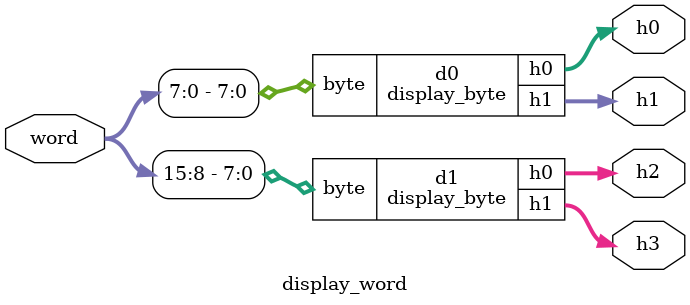
<source format=v>
module segment(
    input [3:0] select,
    output reg [6:0] hex
);

    always @(*)
    begin: lut
        case(select)
            4'h0: hex <= ~7'h3F;
            4'h1: hex <= ~7'h06;
            4'h2: hex <= ~7'h5B;
            4'h3: hex <= ~7'h4F;
            4'h4: hex <= ~7'h66;
            4'h5: hex <= ~7'h6D;
            4'h6: hex <= ~7'h7D;
            4'h7: hex <= ~7'h07;
            4'h8: hex <= ~7'h7F;
            4'h9: hex <= ~7'h6F;
            4'hA: hex <= ~7'h77;
            4'hB: hex <= ~7'h7C;
            4'hC: hex <= ~7'h39;
            4'hD: hex <= ~7'h5E;
            4'hE: hex <= ~7'h79;
            4'hF: hex <= ~7'h71;
        endcase
    end

endmodule

module display_byte(
	input [7:0] byte,
	output [6:0] h0,
	output [6:0] h1
);

	segment d0(
		byte[3:0],
		h0
	);
	
	segment d1(
		byte[7:4],
		h1
	);
	
endmodule

module display_word(
	input [15:0] word,
	output [6:0] h0,
	output [6:0] h1,
	output [6:0] h2,
	output [6:0] h3
);
	display_byte d0(
		word[7:0],
		h0,
		h1
	);
	
	display_byte d1(
		word[15:8],
		h2,
		h3
	);
	
endmodule
</source>
